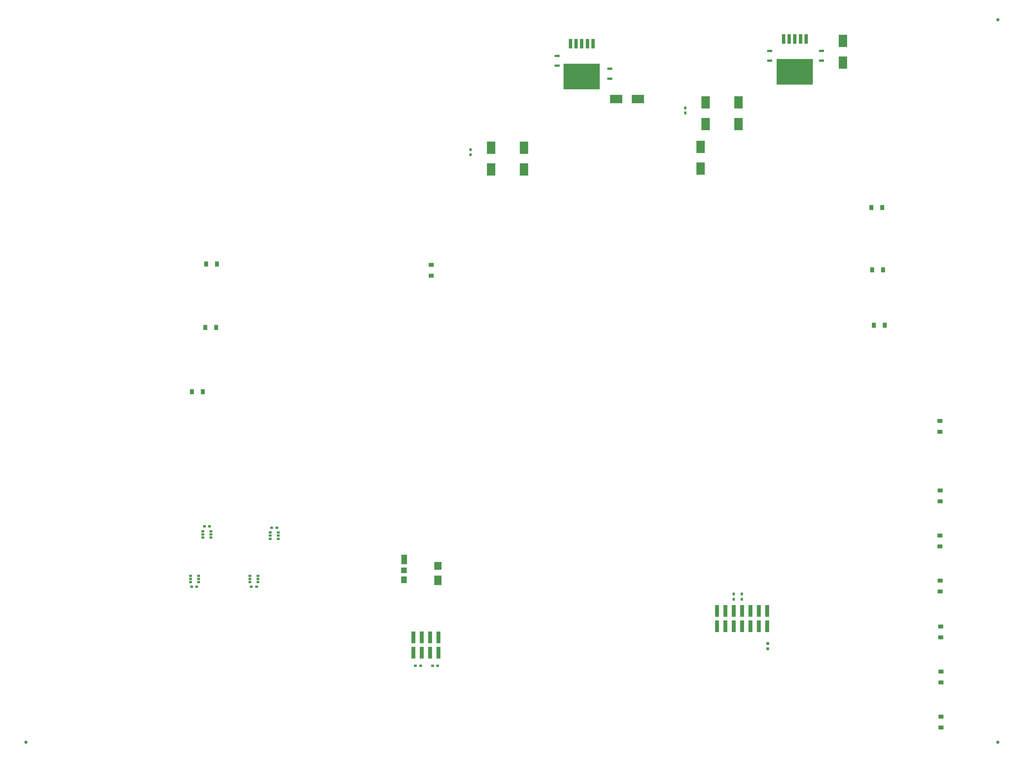
<source format=gbp>
%FSLAX25Y25*%
%MOIN*%
G70*
G01*
G75*
G04 Layer_Color=128*
%ADD10R,0.01378X0.05512*%
%ADD11R,0.17716X0.12992*%
%ADD12R,0.07874X0.07087*%
%ADD13O,0.00787X0.02362*%
%ADD14O,0.01772X0.04528*%
%ADD15R,0.03740X0.02362*%
%ADD16R,0.04528X0.02362*%
%ADD17O,0.06299X0.01772*%
%ADD18R,0.05118X0.07480*%
%ADD19O,0.07087X0.02362*%
%ADD20O,0.02362X0.07284*%
%ADD21O,0.07284X0.02362*%
%ADD22R,0.03543X0.02953*%
%ADD23R,0.04331X0.11221*%
%ADD24R,0.22244X0.20866*%
%ADD25R,0.08268X0.08071*%
%ADD26R,0.14488X0.05000*%
%ADD27O,0.05512X0.08465*%
%ADD28R,0.05906X0.07874*%
%ADD29R,0.03543X0.03347*%
%ADD30R,0.05118X0.03937*%
%ADD31O,0.05512X0.01772*%
%ADD32O,0.05118X0.01772*%
%ADD33R,0.03150X0.06496*%
%ADD34R,0.03543X0.03150*%
%ADD35R,0.01969X0.02362*%
%ADD36R,0.03937X0.05118*%
%ADD37R,0.03150X0.03543*%
%ADD38R,0.02362X0.04528*%
%ADD39R,0.03347X0.03543*%
%ADD40R,0.02953X0.03543*%
%ADD41R,0.06496X0.03150*%
%ADD42R,0.07874X0.05906*%
%ADD43R,0.05512X0.01378*%
%ADD44R,0.12992X0.17716*%
%ADD45O,0.01772X0.05118*%
%ADD46C,0.03937*%
%ADD47C,0.01000*%
%ADD48C,0.00787*%
%ADD49C,0.02953*%
%ADD50C,0.03937*%
%ADD51C,0.01969*%
%ADD52C,0.04331*%
%ADD53C,0.02000*%
%ADD54C,0.07874*%
%ADD55C,0.08661*%
%ADD56C,0.06299*%
%ADD57C,0.05906*%
%ADD58C,0.01181*%
%ADD59C,0.11811*%
%ADD60C,0.02756*%
%ADD61C,0.01575*%
%ADD62C,0.05906*%
%ADD63C,0.06299*%
%ADD64C,0.06000*%
%ADD65C,0.11811*%
%ADD66C,0.07874*%
%ADD67R,0.05906X0.05906*%
%ADD68R,0.05906X0.05906*%
%ADD69O,0.04331X0.04724*%
%ADD70P,0.08097X8X292.5*%
%ADD71C,0.07480*%
%ADD72C,0.05512*%
%ADD73R,0.05512X0.09843*%
%ADD74O,0.05512X0.09843*%
%ADD75C,0.08661*%
%ADD76R,0.09843X0.05512*%
%ADD77O,0.09843X0.05512*%
%ADD78C,0.02598*%
%ADD79C,0.03150*%
%ADD80C,0.05000*%
%ADD81R,0.09843X0.14961*%
%ADD82R,0.03347X0.02559*%
%ADD83R,0.06496X0.04921*%
%ADD84R,0.05000X0.14488*%
%ADD85R,0.43307X0.31102*%
%ADD86R,0.04331X0.11417*%
%ADD87R,0.08858X0.09449*%
%ADD88R,0.08858X0.11417*%
%ADD89R,0.06890X0.08268*%
%ADD90R,0.06890X0.07087*%
%ADD91R,0.06890X0.11417*%
%ADD92R,0.14961X0.09843*%
%ADD93R,0.04921X0.06496*%
%ADD94C,0.09843*%
%ADD95C,0.11417*%
%ADD96C,0.04724*%
%ADD97C,0.00984*%
%ADD98C,0.02362*%
%ADD99C,0.00800*%
%ADD100C,0.11811*%
D34*
X1763161Y1568213D02*
D03*
X1769264D02*
D03*
X1787449Y1639000D02*
D03*
X1793551D02*
D03*
X1691661Y1568213D02*
D03*
X1697764D02*
D03*
X1706949Y1640500D02*
D03*
X1713051D02*
D03*
X1986051Y1473500D02*
D03*
X1979949D02*
D03*
X1959449D02*
D03*
X1965551D02*
D03*
D37*
X2025500Y2092051D02*
D03*
Y2085949D02*
D03*
X2282500Y2142051D02*
D03*
Y2135949D02*
D03*
X2350000Y1553449D02*
D03*
Y1559551D02*
D03*
X2340500Y1553449D02*
D03*
Y1559551D02*
D03*
D39*
X2381000Y1500150D02*
D03*
Y1493850D02*
D03*
D41*
X2383500Y2210406D02*
D03*
Y2198594D02*
D03*
X2192000Y2188906D02*
D03*
Y2177094D02*
D03*
X2445500Y2210406D02*
D03*
Y2198594D02*
D03*
X2129000Y2204406D02*
D03*
Y2192595D02*
D03*
D46*
X1493500Y1382000D02*
D03*
X2656500D02*
D03*
Y2247500D02*
D03*
D81*
X2300598Y2095295D02*
D03*
Y2069213D02*
D03*
X2049981Y2068213D02*
D03*
Y2094296D02*
D03*
X2089481Y2068213D02*
D03*
Y2094296D02*
D03*
X2470902Y2196205D02*
D03*
Y2222287D02*
D03*
X2306561Y2122705D02*
D03*
Y2148787D02*
D03*
X2346061Y2122705D02*
D03*
Y2148787D02*
D03*
D82*
X1690390Y1581453D02*
D03*
Y1577713D02*
D03*
Y1573973D02*
D03*
X1700035D02*
D03*
Y1577713D02*
D03*
Y1581453D02*
D03*
X1785677Y1633240D02*
D03*
Y1629500D02*
D03*
Y1625760D02*
D03*
X1795323D02*
D03*
Y1629500D02*
D03*
Y1633240D02*
D03*
X1761390Y1581453D02*
D03*
Y1577713D02*
D03*
Y1573973D02*
D03*
X1771035D02*
D03*
Y1577713D02*
D03*
Y1581453D02*
D03*
X1705177Y1634740D02*
D03*
Y1631000D02*
D03*
Y1627260D02*
D03*
X1714823D02*
D03*
Y1631000D02*
D03*
Y1634740D02*
D03*
D83*
X2587500Y1670504D02*
D03*
Y1683496D02*
D03*
X2587000Y1754004D02*
D03*
Y1766996D02*
D03*
X2588500Y1399504D02*
D03*
Y1412496D02*
D03*
Y1453504D02*
D03*
Y1466496D02*
D03*
X2588000Y1507504D02*
D03*
Y1520496D02*
D03*
X2587500Y1562504D02*
D03*
Y1575496D02*
D03*
X2587000Y1616504D02*
D03*
Y1629496D02*
D03*
X1978500Y1941004D02*
D03*
Y1953996D02*
D03*
D84*
X2380500Y1521043D02*
D03*
X2370500D02*
D03*
X2360500D02*
D03*
X2350500D02*
D03*
X2340500D02*
D03*
X2330500D02*
D03*
X2320500D02*
D03*
X2320500Y1539449D02*
D03*
X2330500D02*
D03*
X2340500D02*
D03*
X2350500D02*
D03*
X2360500D02*
D03*
X2370500D02*
D03*
X2380500D02*
D03*
X1986882Y1489268D02*
D03*
X1976882D02*
D03*
X1966882D02*
D03*
X1956882D02*
D03*
X1956882Y1507673D02*
D03*
X1966882D02*
D03*
X1976882D02*
D03*
X1986882D02*
D03*
D85*
X2413500Y2185236D02*
D03*
X2158500Y2179736D02*
D03*
D86*
X2426886Y2224606D02*
D03*
X2420193D02*
D03*
X2413500D02*
D03*
X2406807D02*
D03*
X2400114D02*
D03*
X2171886Y2219106D02*
D03*
X2165193D02*
D03*
X2158500D02*
D03*
X2151807D02*
D03*
X2145114D02*
D03*
D87*
X1986390Y1593331D02*
D03*
D88*
Y1576008D02*
D03*
D89*
X1945740Y1576598D02*
D03*
D90*
Y1588016D02*
D03*
D91*
X1945937Y1601008D02*
D03*
D92*
X2199705Y2152598D02*
D03*
X2225787D02*
D03*
D93*
X2505004Y2022500D02*
D03*
X2517996D02*
D03*
X1692004Y1802000D02*
D03*
X1704996D02*
D03*
X1708004Y1879000D02*
D03*
X1720996D02*
D03*
X2508004Y1881500D02*
D03*
X2520996D02*
D03*
X1709004Y1955000D02*
D03*
X1721996D02*
D03*
X2506004Y1948000D02*
D03*
X2518996D02*
D03*
M02*

</source>
